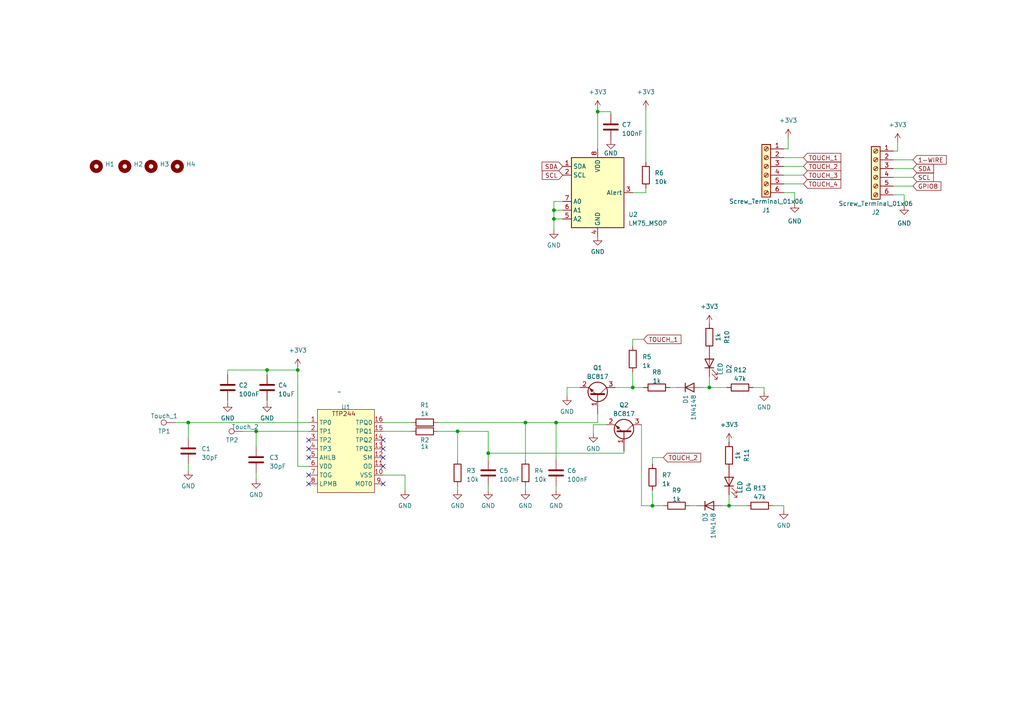
<source format=kicad_sch>
(kicad_sch (version 20230121) (generator eeschema)
  (paper "A4")
  (lib_symbols
    (symbol "4xxx:TTP224"
      (property "Reference" "U" (at 0 0 0))
      (symbol "TTP224_0_1"
        (rectangle (start -6.35 -5.08) (end 10.16 -29.21) (fill (type background)))
        (text "TTP244" (at 1.27 -6.35 0) (effects (font (size 1.27 1.27))))
      )
      (symbol "TTP224_1_1"
        (pin input line (at -8.89 -8.89 0) (length 2.54) (name "TP0") (number "1"))
        (pin input line (at 12.7 -24.13 180) (length 2.54) (name "VSS") (number "10"))
        (pin input line (at 12.7 -21.59 180) (length 2.54) (name "OD") (number "11"))
        (pin input line (at 12.7 -19.05 180) (length 2.54) (name "SM") (number "12"))
        (pin input line (at 12.7 -16.51 180) (length 2.54) (name "TPQ3") (number "13"))
        (pin input line (at 12.7 -13.97 180) (length 2.54) (name "TPQ2") (number "14"))
        (pin input line (at 12.7 -11.43 180) (length 2.54) (name "TPQ1") (number "15"))
        (pin input line (at 12.7 -8.89 180) (length 2.54) (name "TPQ0") (number "16"))
        (pin input line (at -8.89 -11.43 0) (length 2.54) (name "TP1") (number "2"))
        (pin input line (at -8.89 -13.97 0) (length 2.54) (name "TP2") (number "3"))
        (pin input line (at -8.89 -16.51 0) (length 2.54) (name "TP3") (number "4"))
        (pin input line (at -8.89 -19.05 0) (length 2.54) (name "AHLB") (number "5"))
        (pin input line (at -8.89 -21.59 0) (length 2.54) (name "VDD") (number "6"))
        (pin input line (at -8.89 -24.13 0) (length 2.54) (name "TOG") (number "7"))
        (pin input line (at -8.89 -26.67 0) (length 2.54) (name "LPMB") (number "8"))
        (pin input line (at 12.7 -26.67 180) (length 2.54) (name "MOT0") (number "9"))
      )
    )
    (symbol "Connector:Screw_Terminal_01x06" (pin_names (offset 1.016) hide)
      (property "Reference" "J" (at 0 7.62 0))
      (property "Value" "Screw_Terminal_01x06" (at 0 -10.16 0))
      (symbol "Screw_Terminal_01x06_1_1"
        (rectangle (start -1.27 6.35) (end 1.27 -8.89) (stroke (width 0.254)) (fill (type background)))
        (circle (center 0 -7.62) (radius 0.635) (stroke (width 0.1524)))
        (circle (center 0 -5.08) (radius 0.635) (stroke (width 0.1524)))
        (circle (center 0 -2.54) (radius 0.635) (stroke (width 0.1524)))
        (polyline (pts (xy -0.5334 -7.2898) (xy 0.3302 -8.128)) (stroke (width 0.1524)))
        (polyline (pts (xy -0.5334 -4.7498) (xy 0.3302 -5.588)) (stroke (width 0.1524)))
        (polyline (pts (xy -0.5334 -2.2098) (xy 0.3302 -3.048)) (stroke (width 0.1524)))
        (polyline (pts (xy -0.5334 0.3302) (xy 0.3302 -0.508)) (stroke (width 0.1524)))
        (polyline (pts (xy -0.5334 2.8702) (xy 0.3302 2.032)) (stroke (width 0.1524)))
        (polyline (pts (xy -0.5334 5.4102) (xy 0.3302 4.572)) (stroke (width 0.1524)))
        (polyline (pts (xy -0.3556 -7.112) (xy 0.508 -7.9502)) (stroke (width 0.1524)))
        (polyline (pts (xy -0.3556 -4.572) (xy 0.508 -5.4102)) (stroke (width 0.1524)))
        (polyline (pts (xy -0.3556 -2.032) (xy 0.508 -2.8702)) (stroke (width 0.1524)))
        (polyline (pts (xy -0.3556 0.508) (xy 0.508 -0.3302)) (stroke (width 0.1524)))
        (polyline (pts (xy -0.3556 3.048) (xy 0.508 2.2098)) (stroke (width 0.1524)))
        (polyline (pts (xy -0.3556 5.588) (xy 0.508 4.7498)) (stroke (width 0.1524)))
        (circle (center 0 0) (radius 0.635) (stroke (width 0.1524)))
        (circle (center 0 2.54) (radius 0.635) (stroke (width 0.1524)))
        (circle (center 0 5.08) (radius 0.635) (stroke (width 0.1524)))
        (pin passive line (at -5.08 5.08 0) (length 3.81) (name "Pin_1") (number "1"))
        (pin passive line (at -5.08 2.54 0) (length 3.81) (name "Pin_2") (number "2"))
        (pin passive line (at -5.08 0 0) (length 3.81) (name "Pin_3") (number "3"))
        (pin passive line (at -5.08 -2.54 0) (length 3.81) (name "Pin_4") (number "4"))
        (pin passive line (at -5.08 -5.08 0) (length 3.81) (name "Pin_5") (number "5"))
        (pin passive line (at -5.08 -7.62 0) (length 3.81) (name "Pin_6") (number "6"))
      )
    )
    (symbol "Connector:TestPoint" (pin_numbers hide) (pin_names (offset 0.762) hide)
      (property "Reference" "TP" (at 0 6.858 0))
      (property "Value" "TestPoint" (at 0 5.08 0))
      (symbol "TestPoint_0_1"
        (circle (center 0 3.302) (radius 0.762))
      )
      (symbol "TestPoint_1_1"
        (pin passive line (at 0 0 90) (length 2.54) (name "1") (number "1"))
      )
    )
    (symbol "Device:C" (pin_numbers hide) (pin_names (offset 0.254))
      (property "Reference" "C" (at 0.635 2.54 0))
      (property "Value" "C" (at 0.635 -2.54 0))
      (symbol "C_0_1"
        (polyline (pts (xy -2.032 -0.762) (xy 2.032 -0.762)) (stroke (width 0.508)))
        (polyline (pts (xy -2.032 0.762) (xy 2.032 0.762)) (stroke (width 0.508)))
      )
      (symbol "C_1_1"
        (pin passive line (at 0 3.81 270) (length 2.794) (name "~") (number "1"))
        (pin passive line (at 0 -3.81 90) (length 2.794) (name "~") (number "2"))
      )
    )
    (symbol "Device:D" (pin_numbers hide) (pin_names (offset 1.016) hide)
      (property "Reference" "D" (at 0 2.54 0))
      (property "Value" "D" (at 0 -2.54 0))
      (symbol "D_0_1"
        (polyline (pts (xy -1.27 1.27) (xy -1.27 -1.27)) (stroke (width 0.254)))
        (polyline (pts (xy 1.27 0) (xy -1.27 0)))
        (polyline (pts (xy 1.27 1.27) (xy 1.27 -1.27) (xy -1.27 0) (xy 1.27 1.27)) (stroke (width 0.254)))
      )
      (symbol "D_1_1"
        (pin passive line (at -3.81 0 0) (length 2.54) (name "K") (number "1"))
        (pin passive line (at 3.81 0 180) (length 2.54) (name "A") (number "2"))
      )
    )
    (symbol "Device:LED" (pin_numbers hide) (pin_names (offset 1.016) hide)
      (property "Reference" "D" (at 0 2.54 0))
      (property "Value" "LED" (at 0 -2.54 0))
      (symbol "LED_0_1"
        (polyline (pts (xy -1.27 -1.27) (xy -1.27 1.27)) (stroke (width 0.254)))
        (polyline (pts (xy -1.27 0) (xy 1.27 0)))
        (polyline (pts (xy 1.27 -1.27) (xy 1.27 1.27) (xy -1.27 0) (xy 1.27 -1.27)) (stroke (width 0.254)))
        (polyline (pts (xy -3.048 -0.762) (xy -4.572 -2.286) (xy -3.81 -2.286) (xy -4.572 -2.286) (xy -4.572 -1.524)))
        (polyline (pts (xy -1.778 -0.762) (xy -3.302 -2.286) (xy -2.54 -2.286) (xy -3.302 -2.286) (xy -3.302 -1.524)))
      )
      (symbol "LED_1_1"
        (pin passive line (at -3.81 0 0) (length 2.54) (name "K") (number "1"))
        (pin passive line (at 3.81 0 180) (length 2.54) (name "A") (number "2"))
      )
    )
    (symbol "Device:R" (pin_numbers hide) (pin_names (offset 0))
      (property "Reference" "R" (at 2.032 0 90))
      (property "Value" "R" (at 0 0 90))
      (symbol "R_0_1"
        (rectangle (start -1.016 -2.54) (end 1.016 2.54) (stroke (width 0.254)))
      )
      (symbol "R_1_1"
        (pin passive line (at 0 3.81 270) (length 1.27) (name "~") (number "1"))
        (pin passive line (at 0 -3.81 90) (length 1.27) (name "~") (number "2"))
      )
    )
    (symbol "Mechanical:MountingHole" (pin_names (offset 1.016))
      (property "Reference" "H" (at 0 5.08 0))
      (property "Value" "MountingHole" (at 0 3.175 0))
      (symbol "MountingHole_0_1"
        (circle (center 0 0) (radius 1.27) (stroke (width 1.27)))
      )
    )
    (symbol "Sensor_Temperature:MCP9804_MSOP"
      (property "Reference" "U" (at -6.35 11.43 0))
      (property "Value" "MCP9804_MSOP" (at 10.16 11.43 0))
      (symbol "MCP9804_MSOP_0_1"
        (rectangle (start -7.62 10.16) (end 7.62 -10.16) (stroke (width 0.254)) (fill (type background)))
      )
      (symbol "MCP9804_MSOP_1_1"
        (pin bidirectional line (at -10.16 7.62 0) (length 2.54) (name "SDA") (number "1"))
        (pin input line (at -10.16 5.08 0) (length 2.54) (name "SCL") (number "2"))
        (pin output line (at 10.16 0 180) (length 2.54) (name "Alert") (number "3"))
        (pin power_in line (at 0 -12.7 90) (length 2.54) (name "GND") (number "4"))
        (pin input line (at -10.16 -7.62 0) (length 2.54) (name "A2") (number "5"))
        (pin input line (at -10.16 -5.08 0) (length 2.54) (name "A1") (number "6"))
        (pin input line (at -10.16 -2.54 0) (length 2.54) (name "A0") (number "7"))
        (pin power_in line (at 0 12.7 270) (length 2.54) (name "VDD") (number "8"))
      )
    )
    (symbol "Transistor_BJT:BC817" (pin_names (offset 0) hide)
      (property "Reference" "Q" (at 5.08 1.905 0))
      (property "Value" "BC817" (at 5.08 0 0))
      (symbol "BC817_0_1"
        (polyline (pts (xy 0.635 0.635) (xy 2.54 2.54)))
        (polyline (pts (xy 0.635 -0.635) (xy 2.54 -2.54) (xy 2.54 -2.54)))
        (polyline (pts (xy 0.635 1.905) (xy 0.635 -1.905) (xy 0.635 -1.905)) (stroke (width 0.508)))
        (polyline (pts (xy 1.27 -1.778) (xy 1.778 -1.27) (xy 2.286 -2.286) (xy 1.27 -1.778) (xy 1.27 -1.778)) (fill (type outline)))
        (circle (center 1.27 0) (radius 2.8194) (stroke (width 0.254)))
      )
      (symbol "BC817_1_1"
        (pin input line (at -5.08 0 0) (length 5.715) (name "B") (number "1"))
        (pin passive line (at 2.54 -5.08 90) (length 2.54) (name "E") (number "2"))
        (pin passive line (at 2.54 5.08 270) (length 2.54) (name "C") (number "3"))
      )
    )
    (symbol "power:+3.3V" (power) (pin_names (offset 0))
      (property "Value" "+3.3V" (at 0 3.556 0))
      (symbol "+3.3V_0_1"
        (polyline (pts (xy -0.762 1.27) (xy 0 2.54)))
        (polyline (pts (xy 0 0) (xy 0 2.54)))
        (polyline (pts (xy 0 2.54) (xy 0.762 1.27)))
      )
      (symbol "+3.3V_1_1"
        (pin power_in line (at 0 0 90) (length 0) hide (name "+3V3") (number "1"))
      )
    )
    (symbol "power:GND" (power) (pin_names (offset 0))
      (property "Value" "GND" (at 0 -3.81 0))
      (symbol "GND_0_1"
        (polyline (pts (xy 0 0) (xy 0 -1.27) (xy 1.27 -1.27) (xy 0 -2.54) (xy -1.27 -1.27) (xy 0 -1.27)))
      )
      (symbol "GND_1_1"
        (pin power_in line (at 0 0 270) (length 0) hide (name "GND") (number "1"))
      )
    )
  )
  (junction (at 74.295 125.095))
  (junction (at 183.515 112.395))
  (junction (at 211.455 146.685))
  (junction (at 132.715 125.095))
  (junction (at 54.61 122.555))
  (junction (at 205.74 112.395))
  (junction (at 77.47 107.315))
  (junction (at 161.29 122.555))
  (junction (at 160.655 63.5))
  (junction (at 141.605 131.445))
  (junction (at 189.23 146.685))
  (junction (at 173.355 32.385))
  (junction (at 152.4 122.555))
  (junction (at 86.36 107.315))
  (junction (at 160.655 60.96))
  (no_connect (at 111.125 140.335))
  (no_connect (at 89.535 140.335))
  (no_connect (at 111.125 135.255))
  (no_connect (at 111.125 127.635))
  (no_connect (at 89.535 132.715))
  (no_connect (at 89.535 137.795))
  (no_connect (at 111.125 130.175))
  (no_connect (at 89.535 130.175))
  (no_connect (at 111.125 132.715))
  (no_connect (at 89.535 127.635))
  (wire (pts (xy 66.04 107.315) (xy 77.47 107.315)))
  (wire (pts (xy 141.605 125.095) (xy 141.605 131.445)))
  (wire (pts (xy 127 125.095) (xy 132.715 125.095)))
  (wire (pts (xy 259.08 48.895) (xy 264.795 48.895)))
  (wire (pts (xy 141.605 140.97) (xy 141.605 142.24)))
  (wire (pts (xy 77.47 107.315) (xy 86.36 107.315)))
  (wire (pts (xy 173.355 32.385) (xy 177.165 32.385)))
  (wire (pts (xy 183.515 112.395) (xy 186.69 112.395)))
  (wire (pts (xy 86.36 135.255) (xy 86.36 107.315)))
  (wire (pts (xy 161.29 122.555) (xy 173.355 122.555)))
  (wire (pts (xy 66.04 116.205) (xy 66.04 116.84)))
  (wire (pts (xy 227.33 48.26) (xy 233.045 48.26)))
  (wire (pts (xy 132.715 125.095) (xy 141.605 125.095)))
  (wire (pts (xy 141.605 131.445) (xy 180.975 131.445)))
  (wire (pts (xy 183.515 55.88) (xy 187.325 55.88)))
  (wire (pts (xy 163.195 58.42) (xy 160.655 58.42)))
  (wire (pts (xy 172.085 123.19) (xy 172.085 125.73)))
  (wire (pts (xy 218.44 112.395) (xy 221.615 112.395)))
  (wire (pts (xy 141.605 131.445) (xy 141.605 133.35)))
  (wire (pts (xy 86.36 107.315) (xy 86.36 106.68)))
  (wire (pts (xy 89.535 135.255) (xy 86.36 135.255)))
  (wire (pts (xy 186.055 123.19) (xy 186.055 146.685)))
  (wire (pts (xy 173.355 122.555) (xy 173.355 120.015)))
  (wire (pts (xy 186.055 146.685) (xy 189.23 146.685)))
  (wire (pts (xy 227.33 53.34) (xy 233.045 53.34)))
  (wire (pts (xy 161.29 122.555) (xy 161.29 133.35)))
  (wire (pts (xy 227.33 43.18) (xy 228.6 43.18)))
  (wire (pts (xy 164.465 112.395) (xy 164.465 114.935)))
  (wire (pts (xy 186.69 98.425) (xy 183.515 98.425)))
  (wire (pts (xy 74.295 129.54) (xy 74.295 125.095)))
  (wire (pts (xy 189.23 132.715) (xy 189.23 134.62)))
  (wire (pts (xy 160.655 60.96) (xy 163.195 60.96)))
  (wire (pts (xy 160.655 58.42) (xy 160.655 60.96)))
  (wire (pts (xy 117.475 137.795) (xy 117.475 142.24)))
  (wire (pts (xy 189.23 146.685) (xy 192.405 146.685)))
  (wire (pts (xy 259.08 43.815) (xy 260.35 43.815)))
  (wire (pts (xy 227.33 55.88) (xy 230.505 55.88)))
  (wire (pts (xy 205.74 112.395) (xy 210.82 112.395)))
  (wire (pts (xy 189.23 146.685) (xy 189.23 142.24)))
  (wire (pts (xy 70.485 125.095) (xy 74.295 125.095)))
  (wire (pts (xy 224.155 146.685) (xy 227.33 146.685)))
  (wire (pts (xy 173.355 31.75) (xy 173.355 32.385)))
  (wire (pts (xy 77.47 116.205) (xy 77.47 116.84)))
  (wire (pts (xy 227.33 50.8) (xy 233.045 50.8)))
  (wire (pts (xy 160.655 60.96) (xy 160.655 63.5)))
  (wire (pts (xy 66.04 107.315) (xy 66.04 108.585)))
  (wire (pts (xy 111.125 125.095) (xy 119.38 125.095)))
  (wire (pts (xy 180.975 131.445) (xy 180.975 130.81)))
  (wire (pts (xy 161.29 140.97) (xy 161.29 142.24)))
  (wire (pts (xy 187.325 55.88) (xy 187.325 54.61)))
  (wire (pts (xy 160.655 63.5) (xy 160.655 66.675)))
  (wire (pts (xy 77.47 107.315) (xy 77.47 108.585)))
  (wire (pts (xy 111.125 122.555) (xy 119.38 122.555)))
  (wire (pts (xy 203.835 112.395) (xy 205.74 112.395)))
  (wire (pts (xy 187.325 31.75) (xy 187.325 46.99)))
  (wire (pts (xy 183.515 112.395) (xy 183.515 107.95)))
  (wire (pts (xy 259.08 53.975) (xy 264.795 53.975)))
  (wire (pts (xy 54.61 134.62) (xy 54.61 136.525)))
  (wire (pts (xy 54.61 122.555) (xy 89.535 122.555)))
  (wire (pts (xy 211.455 146.685) (xy 216.535 146.685)))
  (wire (pts (xy 194.31 112.395) (xy 196.215 112.395)))
  (wire (pts (xy 200.025 146.685) (xy 201.93 146.685)))
  (wire (pts (xy 173.355 32.385) (xy 173.355 43.18)))
  (wire (pts (xy 260.35 43.815) (xy 260.35 41.275)))
  (wire (pts (xy 228.6 43.18) (xy 228.6 40.005)))
  (wire (pts (xy 262.255 56.515) (xy 262.255 59.69)))
  (wire (pts (xy 227.33 45.72) (xy 233.045 45.72)))
  (wire (pts (xy 152.4 133.35) (xy 152.4 122.555)))
  (wire (pts (xy 211.455 143.51) (xy 211.455 146.685)))
  (wire (pts (xy 259.08 46.355) (xy 264.795 46.355)))
  (wire (pts (xy 132.715 140.97) (xy 132.715 142.24)))
  (wire (pts (xy 132.715 125.095) (xy 132.715 133.35)))
  (wire (pts (xy 160.655 63.5) (xy 163.195 63.5)))
  (wire (pts (xy 152.4 140.97) (xy 152.4 142.24)))
  (wire (pts (xy 259.08 56.515) (xy 262.255 56.515)))
  (wire (pts (xy 177.165 32.385) (xy 177.165 33.02)))
  (wire (pts (xy 168.275 112.395) (xy 164.465 112.395)))
  (wire (pts (xy 230.505 55.88) (xy 230.505 59.055)))
  (wire (pts (xy 209.55 146.685) (xy 211.455 146.685)))
  (wire (pts (xy 111.125 137.795) (xy 117.475 137.795)))
  (wire (pts (xy 175.895 123.19) (xy 172.085 123.19)))
  (wire (pts (xy 183.515 98.425) (xy 183.515 100.33)))
  (wire (pts (xy 50.8 122.555) (xy 54.61 122.555)))
  (wire (pts (xy 152.4 122.555) (xy 161.29 122.555)))
  (wire (pts (xy 74.295 125.095) (xy 89.535 125.095)))
  (wire (pts (xy 74.295 137.16) (xy 74.295 139.065)))
  (wire (pts (xy 221.615 112.395) (xy 221.615 113.665)))
  (wire (pts (xy 205.74 109.22) (xy 205.74 112.395)))
  (wire (pts (xy 259.08 51.435) (xy 264.795 51.435)))
  (wire (pts (xy 127 122.555) (xy 152.4 122.555)))
  (wire (pts (xy 178.435 112.395) (xy 183.515 112.395)))
  (wire (pts (xy 192.405 132.715) (xy 189.23 132.715)))
  (wire (pts (xy 227.33 146.685) (xy 227.33 147.955)))
  (wire (pts (xy 54.61 127) (xy 54.61 122.555)))
  (global_label "SDA" (shape input) (at 163.195 48.26 180) (property "Intersheetrefs" "${INTERSHEET_REFS}" (effects hide)))
  (global_label "TOUCH_2" (shape input) (at 233.045 48.26 0) (property "Intersheetrefs" "${INTERSHEET_REFS}" (effects hide)))
  (global_label "TOUCH_4" (shape input) (at 233.045 53.34 0) (property "Intersheetrefs" "${INTERSHEET_REFS}" (effects hide)))
  (global_label "SDA" (shape input) (at 264.795 48.895 0) (property "Intersheetrefs" "${INTERSHEET_REFS}" (effects hide)))
  (global_label "SCL" (shape input) (at 264.795 51.435 0) (property "Intersheetrefs" "${INTERSHEET_REFS}" (effects hide)))
  (global_label "TOUCH_3" (shape input) (at 233.045 50.8 0) (property "Intersheetrefs" "${INTERSHEET_REFS}" (effects hide)))
  (global_label "GPIO8" (shape input) (at 264.795 53.975 0) (property "Intersheetrefs" "${INTERSHEET_REFS}" (effects hide)))
  (global_label "TOUCH_2" (shape input) (at 192.405 132.715 0) (property "Intersheetrefs" "${INTERSHEET_REFS}" (effects hide)))
  (global_label "TOUCH_1" (shape input) (at 186.69 98.425 0) (property "Intersheetrefs" "${INTERSHEET_REFS}" (effects hide)))
  (global_label "SCL" (shape input) (at 163.195 50.8 180) (property "Intersheetrefs" "${INTERSHEET_REFS}" (effects hide)))
  (global_label "TOUCH_1" (shape input) (at 233.045 45.72 0) (property "Intersheetrefs" "${INTERSHEET_REFS}" (effects hide)))
  (global_label "1-WIRE" (shape input) (at 264.795 46.355 0) (property "Intersheetrefs" "${INTERSHEET_REFS}" (effects hide)))
  (symbol (lib_id "Transistor_BJT:BC817") (at 173.355 114.935 270) (mirror x) (unit 1)
    (property "Reference" "Q1" (at 173.355 106.68 90))
    (property "Value" "BC817" (at 173.355 109.22 90))
    (property "Footprint" "Package_TO_SOT_SMD:SOT-23" (effects hide))
    (property "Datasheet" "https://www.onsemi.com/pub/Collateral/BC818-D.pdf" (effects hide))
  )
  (symbol (lib_id "Device:C") (at 66.04 112.395 0) (unit 1)
    (property "Reference" "C2" (at 69.215 111.76 0) (effects (justify left)))
    (property "Value" "100nF" (at 69.215 114.3 0) (effects (justify left)))
    (property "Footprint" "Capacitor_SMD:C_0603_1608Metric" (effects hide))
  )
  (symbol (lib_id "power:GND") (at 227.33 147.955 0) (unit 1)
    (property "Reference" "#PWR021" (effects hide))
    (property "Value" "GND" (at 227.33 152.4 0))
  )
  (symbol (lib_id "Device:R") (at 187.325 50.8 0) (unit 1)
    (property "Reference" "R6" (at 189.865 50.165 0) (effects (justify left)))
    (property "Value" "10k" (at 189.865 52.705 0) (effects (justify left)))
    (property "Footprint" "Resistor_SMD:R_0603_1608Metric" (effects hide))
  )
  (symbol (lib_id "Device:C") (at 141.605 137.16 0) (unit 1)
    (property "Reference" "C5" (at 144.78 136.525 0) (effects (justify left)))
    (property "Value" "100nF" (at 144.78 139.065 0) (effects (justify left)))
    (property "Footprint" "Capacitor_SMD:C_0603_1608Metric" (effects hide))
  )
  (symbol (lib_id "Mechanical:MountingHole") (at 36.195 48.26 0) (unit 1)
    (property "Reference" "H2" (at 38.735 47.625 0) (effects (justify left)))
    (property "Value" "MountingHole" (effects hide))
    (property "Footprint" "MountingHole:MountingHole_3.2mm_M3_ISO7380_Pad" (effects hide))
  )
  (symbol (lib_id "power:+3.3V") (at 228.6 40.005 0) (unit 1)
    (property "Reference" "#PWR022" (effects hide))
    (property "Value" "+3.3V" (at 228.6 34.925 0))
  )
  (symbol (lib_id "Device:R") (at 183.515 104.14 180) (unit 1)
    (property "Reference" "R5" (at 186.2837 103.505 0) (effects (justify right)))
    (property "Value" "1k" (at 186.2837 106.045 0) (effects (justify right)))
    (property "Footprint" "Resistor_SMD:R_0603_1608Metric" (effects hide))
  )
  (symbol (lib_id "Device:LED") (at 205.74 105.41 90) (unit 1)
    (property "Reference" "D2" (at 211.455 106.9975 0))
    (property "Value" "LED" (at 208.915 106.9975 0))
    (property "Footprint" "LED_SMD:LED_1206_3216Metric" (effects hide))
  )
  (symbol (lib_id "Device:R") (at 123.19 125.095 270) (unit 1)
    (property "Reference" "R2" (at 123.19 127.635 90))
    (property "Value" "1k" (at 123.19 129.54 90))
    (property "Footprint" "Resistor_SMD:R_0603_1608Metric" (effects hide))
  )
  (symbol (lib_id "Sensor_Temperature:MCP9804_MSOP") (at 173.355 55.88 0) (unit 1)
    (property "Reference" "U2" (at 182.245 62.23 0) (effects (justify left)))
    (property "Value" "LM75_MSOP" (at 182.245 64.77 0) (effects (justify left)))
    (property "Footprint" "Package_SO:MSOP-8_3x3mm_P0.65mm" (effects hide))
  )
  (symbol (lib_id "Device:R") (at 205.74 97.79 180) (unit 1)
    (property "Reference" "R10" (at 210.82 97.79 90))
    (property "Value" "1k" (at 208.28 97.79 90))
    (property "Footprint" "Resistor_SMD:R_0603_1608Metric" (effects hide))
  )
  (symbol (lib_id "Connector:Screw_Terminal_01x06") (at 254 48.895 0) (mirror y) (unit 1)
    (property "Reference" "J2" (at 254 61.595 0))
    (property "Value" "Screw_Terminal_01x06" (at 254 59.055 0))
    (property "Footprint" "Connector_PinSocket_2.54mm:PinSocket_1x06_P2.54mm_Vertical" (effects hide))
  )
  (symbol (lib_id "Connector:TestPoint") (at 50.8 122.555 90) (unit 1)
    (property "Reference" "TP1" (at 47.625 125.095 90))
    (property "Value" "Touch_1" (at 47.625 120.65 90))
    (property "Footprint" "TestPoint:TestPoint_Pad_D4.0mm" (effects hide))
  )
  (symbol (lib_id "Mechanical:MountingHole") (at 51.435 48.26 0) (unit 1)
    (property "Reference" "H4" (at 53.975 47.625 0) (effects (justify left)))
    (property "Value" "MountingHole" (effects hide))
    (property "Footprint" "MountingHole:MountingHole_3.2mm_M3_ISO7380_Pad" (effects hide))
  )
  (symbol (lib_id "power:GND") (at 152.4 142.24 0) (unit 1)
    (property "Reference" "#PWR09" (effects hide))
    (property "Value" "GND" (at 152.4 146.685 0))
  )
  (symbol (lib_id "Device:C") (at 74.295 133.35 0) (unit 1)
    (property "Reference" "C3" (at 78.105 132.715 0) (effects (justify left)))
    (property "Value" "30pF" (at 78.105 135.255 0) (effects (justify left)))
    (property "Footprint" "Capacitor_SMD:C_0603_1608Metric" (effects hide))
  )
  (symbol (lib_id "Device:C") (at 77.47 112.395 0) (unit 1)
    (property "Reference" "C4" (at 80.645 111.76 0) (effects (justify left)))
    (property "Value" "10uF" (at 80.645 114.3 0) (effects (justify left)))
    (property "Footprint" "Capacitor_SMD:C_0603_1608Metric" (effects hide))
  )
  (symbol (lib_id "power:+3.3V") (at 86.36 106.68 0) (unit 1)
    (property "Reference" "#PWR05" (effects hide))
    (property "Value" "+3.3V" (at 86.36 101.6 0))
  )
  (symbol (lib_id "Device:C") (at 161.29 137.16 0) (unit 1)
    (property "Reference" "C6" (at 164.465 136.525 0) (effects (justify left)))
    (property "Value" "100nF" (at 164.465 139.065 0) (effects (justify left)))
    (property "Footprint" "Capacitor_SMD:C_0603_1608Metric" (effects hide))
  )
  (symbol (lib_id "power:GND") (at 164.465 114.935 0) (unit 1)
    (property "Reference" "#PWR012" (effects hide))
    (property "Value" "GND" (at 164.465 119.38 0))
  )
  (symbol (lib_id "Device:D") (at 200.025 112.395 0) (mirror x) (unit 1)
    (property "Reference" "D1" (at 198.8566 114.427 90) (effects (justify left)))
    (property "Value" "1N4148" (at 201.168 114.427 90) (effects (justify left)))
    (property "Footprint" "Diode_SMD:D_MiniMELF" (effects hide))
    (property "JLCPCB" "C68883" (effects hide))
  )
  (symbol (lib_id "power:GND") (at 262.255 59.69 0) (unit 1)
    (property "Reference" "#PWR025" (effects hide))
    (property "Value" "GND" (at 262.255 64.77 0))
  )
  (symbol (lib_id "Connector:Screw_Terminal_01x06") (at 222.25 48.26 0) (mirror y) (unit 1)
    (property "Reference" "J1" (at 222.25 60.96 0))
    (property "Value" "Screw_Terminal_01x06" (at 222.25 58.42 0))
    (property "Footprint" "Connector_PinSocket_2.54mm:PinSocket_1x06_P2.54mm_Vertical" (effects hide))
  )
  (symbol (lib_id "Device:R") (at 196.215 146.685 270) (unit 1)
    (property "Reference" "R9" (at 196.215 142.24 90))
    (property "Value" "1k" (at 196.215 144.78 90))
    (property "Footprint" "Resistor_SMD:R_0603_1608Metric" (effects hide))
  )
  (symbol (lib_id "power:+3.3V") (at 205.74 93.98 0) (unit 1)
    (property "Reference" "#PWR018" (effects hide))
    (property "Value" "+3.3V" (at 205.74 88.9 0))
  )
  (symbol (lib_id "power:GND") (at 177.165 40.64 0) (unit 1)
    (property "Reference" "#PWR016" (effects hide))
    (property "Value" "GND" (at 177.165 44.45 0))
  )
  (symbol (lib_id "Device:R") (at 211.455 132.08 180) (unit 1)
    (property "Reference" "R11" (at 216.535 132.08 90))
    (property "Value" "1k" (at 213.995 132.08 90))
    (property "Footprint" "Resistor_SMD:R_0603_1608Metric" (effects hide))
  )
  (symbol (lib_id "power:GND") (at 132.715 142.24 0) (unit 1)
    (property "Reference" "#PWR07" (effects hide))
    (property "Value" "GND" (at 132.715 146.685 0))
  )
  (symbol (lib_id "Device:R") (at 189.23 138.43 180) (unit 1)
    (property "Reference" "R7" (at 191.9987 137.795 0) (effects (justify right)))
    (property "Value" "1k" (at 191.9987 140.335 0) (effects (justify right)))
    (property "Footprint" "Resistor_SMD:R_0603_1608Metric" (effects hide))
  )
  (symbol (lib_id "Device:C") (at 54.61 130.81 0) (unit 1)
    (property "Reference" "C1" (at 58.42 130.175 0) (effects (justify left)))
    (property "Value" "30pF" (at 58.42 132.715 0) (effects (justify left)))
    (property "Footprint" "Capacitor_SMD:C_0603_1608Metric" (effects hide))
  )
  (symbol (lib_id "power:GND") (at 161.29 142.24 0) (unit 1)
    (property "Reference" "#PWR011" (effects hide))
    (property "Value" "GND" (at 161.29 146.685 0))
  )
  (symbol (lib_id "Device:R") (at 190.5 112.395 270) (unit 1)
    (property "Reference" "R8" (at 190.5 107.95 90))
    (property "Value" "1k" (at 190.5 110.49 90))
    (property "Footprint" "Resistor_SMD:R_0603_1608Metric" (effects hide))
  )
  (symbol (lib_id "4xxx:TTP224") (at 98.425 113.665 0) (unit 1)
    (property "Reference" "U1" (at 100.33 118.11 0))
    (property "Value" "~" (at 98.425 113.665 0))
    (property "Footprint" "Package_SO:SSOP-16_5.3x6.2mm_P0.65mm" (effects hide))
  )
  (symbol (lib_id "Device:LED") (at 211.455 139.7 90) (unit 1)
    (property "Reference" "D4" (at 217.17 141.2875 0))
    (property "Value" "LED" (at 214.63 141.2875 0))
    (property "Footprint" "LED_SMD:LED_1206_3216Metric" (effects hide))
  )
  (symbol (lib_id "Device:R") (at 132.715 137.16 0) (unit 1)
    (property "Reference" "R3" (at 135.255 136.525 0) (effects (justify left)))
    (property "Value" "10k" (at 135.255 139.065 0) (effects (justify left)))
    (property "Footprint" "Resistor_SMD:R_0603_1608Metric" (effects hide))
  )
  (symbol (lib_id "power:GND") (at 66.04 116.84 0) (unit 1)
    (property "Reference" "#PWR02" (effects hide))
    (property "Value" "GND" (at 66.04 121.285 0))
  )
  (symbol (lib_id "power:+3.3V") (at 187.325 31.75 0) (unit 1)
    (property "Reference" "#PWR017" (effects hide))
    (property "Value" "+3.3V" (at 187.325 26.67 0))
  )
  (symbol (lib_id "power:GND") (at 230.505 59.055 0) (unit 1)
    (property "Reference" "#PWR023" (effects hide))
    (property "Value" "GND" (at 230.505 64.135 0))
  )
  (symbol (lib_id "Device:D") (at 205.74 146.685 0) (mirror x) (unit 1)
    (property "Reference" "D3" (at 204.5716 148.717 90) (effects (justify left)))
    (property "Value" "1N4148" (at 206.883 148.717 90) (effects (justify left)))
    (property "Footprint" "Diode_SMD:D_MiniMELF" (effects hide))
    (property "JLCPCB" "C68883" (effects hide))
  )
  (symbol (lib_id "Device:R") (at 152.4 137.16 0) (unit 1)
    (property "Reference" "R4" (at 154.94 136.525 0) (effects (justify left)))
    (property "Value" "10k" (at 154.94 139.065 0) (effects (justify left)))
    (property "Footprint" "Resistor_SMD:R_0603_1608Metric" (effects hide))
  )
  (symbol (lib_id "power:GND") (at 160.655 66.675 0) (unit 1)
    (property "Reference" "#PWR010" (effects hide))
    (property "Value" "GND" (at 160.655 71.12 0))
  )
  (symbol (lib_id "power:GND") (at 172.085 125.73 0) (unit 1)
    (property "Reference" "#PWR013" (effects hide))
    (property "Value" "GND" (at 172.085 130.175 0))
  )
  (symbol (lib_id "Device:C") (at 177.165 36.83 0) (unit 1)
    (property "Reference" "C7" (at 180.34 36.195 0) (effects (justify left)))
    (property "Value" "100nF" (at 180.34 38.735 0) (effects (justify left)))
    (property "Footprint" "Capacitor_SMD:C_0603_1608Metric" (effects hide))
  )
  (symbol (lib_id "power:GND") (at 173.355 68.58 0) (unit 1)
    (property "Reference" "#PWR015" (effects hide))
    (property "Value" "GND" (at 173.355 73.025 0))
  )
  (symbol (lib_id "Device:R") (at 123.19 122.555 90) (unit 1)
    (property "Reference" "R1" (at 123.19 117.475 90))
    (property "Value" "1k" (at 123.19 120.015 90))
    (property "Footprint" "Resistor_SMD:R_0603_1608Metric" (effects hide))
  )
  (symbol (lib_id "power:GND") (at 74.295 139.065 0) (unit 1)
    (property "Reference" "#PWR03" (effects hide))
    (property "Value" "GND" (at 74.295 143.51 0))
  )
  (symbol (lib_id "power:GND") (at 54.61 136.525 0) (unit 1)
    (property "Reference" "#PWR01" (effects hide))
    (property "Value" "GND" (at 54.61 140.97 0))
  )
  (symbol (lib_id "power:GND") (at 77.47 116.84 0) (unit 1)
    (property "Reference" "#PWR04" (effects hide))
    (property "Value" "GND" (at 77.47 121.285 0))
  )
  (symbol (lib_id "power:GND") (at 221.615 113.665 0) (unit 1)
    (property "Reference" "#PWR020" (effects hide))
    (property "Value" "GND" (at 221.615 118.11 0))
  )
  (symbol (lib_id "power:+3.3V") (at 260.35 41.275 0) (unit 1)
    (property "Reference" "#PWR024" (effects hide))
    (property "Value" "+3.3V" (at 260.35 36.195 0))
  )
  (symbol (lib_id "Device:R") (at 214.63 112.395 270) (unit 1)
    (property "Reference" "R12" (at 214.63 107.315 90))
    (property "Value" "47k" (at 214.63 109.855 90))
    (property "Footprint" "Resistor_SMD:R_0603_1608Metric" (effects hide))
  )
  (symbol (lib_id "power:GND") (at 141.605 142.24 0) (unit 1)
    (property "Reference" "#PWR08" (effects hide))
    (property "Value" "GND" (at 141.605 146.685 0))
  )
  (symbol (lib_id "Device:R") (at 220.345 146.685 270) (unit 1)
    (property "Reference" "R13" (at 220.345 141.605 90))
    (property "Value" "47k" (at 220.345 144.145 90))
    (property "Footprint" "Resistor_SMD:R_0603_1608Metric" (effects hide))
  )
  (symbol (lib_id "Transistor_BJT:BC817") (at 180.975 125.73 270) (mirror x) (unit 1)
    (property "Reference" "Q2" (at 180.975 117.475 90))
    (property "Value" "BC817" (at 180.975 120.015 90))
    (property "Footprint" "Package_TO_SOT_SMD:SOT-23" (effects hide))
    (property "Datasheet" "https://www.onsemi.com/pub/Collateral/BC818-D.pdf" (effects hide))
  )
  (symbol (lib_id "Connector:TestPoint") (at 70.485 125.095 90) (unit 1)
    (property "Reference" "TP2" (at 67.31 127.635 90))
    (property "Value" "Touch_2" (at 71.12 123.825 90))
    (property "Footprint" "TestPoint:TestPoint_Pad_D4.0mm" (effects hide))
  )
  (symbol (lib_id "power:+3.3V") (at 173.355 31.75 0) (unit 1)
    (property "Reference" "#PWR014" (effects hide))
    (property "Value" "+3.3V" (at 173.355 26.67 0))
  )
  (symbol (lib_id "power:+3.3V") (at 211.455 128.27 0) (unit 1)
    (property "Reference" "#PWR019" (effects hide))
    (property "Value" "+3.3V" (at 211.455 123.19 0))
  )
  (symbol (lib_id "power:GND") (at 117.475 142.24 0) (unit 1)
    (property "Reference" "#PWR06" (effects hide))
    (property "Value" "GND" (at 117.475 146.685 0))
  )
  (symbol (lib_id "Mechanical:MountingHole") (at 43.815 48.26 0) (unit 1)
    (property "Reference" "H3" (at 46.355 47.625 0) (effects (justify left)))
    (property "Value" "MountingHole" (effects hide))
    (property "Footprint" "MountingHole:MountingHole_3.2mm_M3_ISO7380_Pad" (effects hide))
  )
  (symbol (lib_id "Mechanical:MountingHole") (at 27.94 48.26 0) (unit 1)
    (property "Reference" "H1" (at 30.48 47.625 0) (effects (justify left)))
    (property "Value" "MountingHole" (effects hide))
    (property "Footprint" "MountingHole:MountingHole_3.2mm_M3_ISO7380_Pad" (effects hide))
  )
)
</source>
